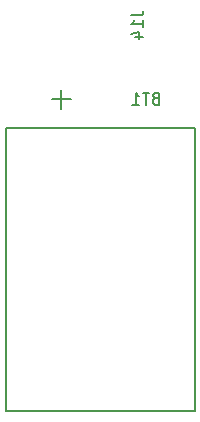
<source format=gbr>
%TF.GenerationSoftware,KiCad,Pcbnew,5.1.6-c6e7f7d~86~ubuntu20.04.1*%
%TF.CreationDate,2020-06-03T17:40:23+02:00*%
%TF.ProjectId,FShort,4653686f-7274-42e6-9b69-6361645f7063,rev?*%
%TF.SameCoordinates,Original*%
%TF.FileFunction,Legend,Bot*%
%TF.FilePolarity,Positive*%
%FSLAX46Y46*%
G04 Gerber Fmt 4.6, Leading zero omitted, Abs format (unit mm)*
G04 Created by KiCad (PCBNEW 5.1.6-c6e7f7d~86~ubuntu20.04.1) date 2020-06-03 17:40:23*
%MOMM*%
%LPD*%
G01*
G04 APERTURE LIST*
%ADD10C,0.150000*%
G04 APERTURE END LIST*
D10*
%TO.C,BT1*%
X114000000Y-54500000D02*
X114000000Y-56100000D01*
X114800000Y-55300000D02*
X113200000Y-55300000D01*
X125300000Y-57700000D02*
X109300000Y-57700000D01*
X109300000Y-57700000D02*
X109300000Y-81700000D01*
X109300000Y-81700000D02*
X125300000Y-81700000D01*
X125300000Y-81700000D02*
X125300000Y-57700000D01*
X121985714Y-55228571D02*
X121842857Y-55276190D01*
X121795238Y-55323809D01*
X121747619Y-55419047D01*
X121747619Y-55561904D01*
X121795238Y-55657142D01*
X121842857Y-55704761D01*
X121938095Y-55752380D01*
X122319047Y-55752380D01*
X122319047Y-54752380D01*
X121985714Y-54752380D01*
X121890476Y-54800000D01*
X121842857Y-54847619D01*
X121795238Y-54942857D01*
X121795238Y-55038095D01*
X121842857Y-55133333D01*
X121890476Y-55180952D01*
X121985714Y-55228571D01*
X122319047Y-55228571D01*
X121461904Y-54752380D02*
X120890476Y-54752380D01*
X121176190Y-55752380D02*
X121176190Y-54752380D01*
X120033333Y-55752380D02*
X120604761Y-55752380D01*
X120319047Y-55752380D02*
X120319047Y-54752380D01*
X120414285Y-54895238D01*
X120509523Y-54990476D01*
X120604761Y-55038095D01*
%TO.C,J14*%
X119952380Y-48190476D02*
X120666666Y-48190476D01*
X120809523Y-48142857D01*
X120904761Y-48047619D01*
X120952380Y-47904761D01*
X120952380Y-47809523D01*
X120952380Y-49190476D02*
X120952380Y-48619047D01*
X120952380Y-48904761D02*
X119952380Y-48904761D01*
X120095238Y-48809523D01*
X120190476Y-48714285D01*
X120238095Y-48619047D01*
X120285714Y-50047619D02*
X120952380Y-50047619D01*
X119904761Y-49809523D02*
X120619047Y-49571428D01*
X120619047Y-50190476D01*
%TD*%
M02*

</source>
